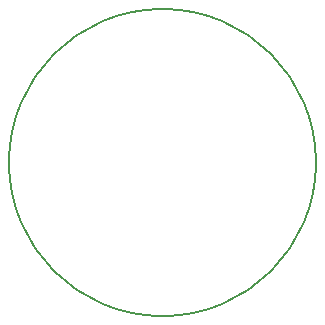
<source format=gbr>
%TF.GenerationSoftware,KiCad,Pcbnew,8.0.8*%
%TF.CreationDate,2025-03-13T11:30:44-04:00*%
%TF.ProjectId,Anemosens Sensor,416e656d-6f73-4656-9e73-2053656e736f,rev?*%
%TF.SameCoordinates,Original*%
%TF.FileFunction,Profile,NP*%
%FSLAX46Y46*%
G04 Gerber Fmt 4.6, Leading zero omitted, Abs format (unit mm)*
G04 Created by KiCad (PCBNEW 8.0.8) date 2025-03-13 11:30:44*
%MOMM*%
%LPD*%
G01*
G04 APERTURE LIST*
%TA.AperFunction,Profile*%
%ADD10C,0.200000*%
%TD*%
G04 APERTURE END LIST*
D10*
X149000000Y-93000000D02*
G75*
G02*
X123000000Y-93000000I-13000000J0D01*
G01*
X123000000Y-93000000D02*
G75*
G02*
X149000000Y-93000000I13000000J0D01*
G01*
M02*

</source>
